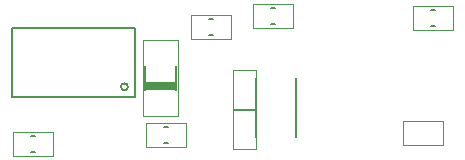
<source format=gbo>
G04*
G04 #@! TF.GenerationSoftware,Altium Limited,Altium Designer,20.1.10 (176)*
G04*
G04 Layer_Color=32896*
%FSLAX25Y25*%
%MOIN*%
G70*
G04*
G04 #@! TF.SameCoordinates,773EA745-F9F6-403D-839C-D9EBE2D74CCE*
G04*
G04*
G04 #@! TF.FilePolarity,Positive*
G04*
G01*
G75*
%ADD13C,0.00500*%
%ADD62C,0.00600*%
%ADD63C,0.00394*%
%ADD64C,0.00800*%
G36*
X158176Y129465D02*
Y126806D01*
X167823D01*
Y129465D01*
X158176D01*
D02*
G37*
D13*
X253331Y148323D02*
X254669D01*
X253331Y153677D02*
X254669D01*
X199831Y154177D02*
X201169D01*
X199831Y148823D02*
X201169D01*
X179331Y150677D02*
X180669D01*
X179331Y145323D02*
X180669D01*
X119831Y111677D02*
X121169D01*
X119831Y106323D02*
X121169D01*
X164331Y109323D02*
X165669D01*
X164331Y114677D02*
X165669D01*
X194807Y111158D02*
Y130842D01*
X208193Y111158D02*
Y130842D01*
D62*
X152200Y128000D02*
G03*
X152200Y128000I-1200J0D01*
G01*
X154472Y124484D02*
Y147516D01*
X113528Y124484D02*
X154472D01*
X113528D02*
Y147516D01*
X154472D01*
D63*
X260693Y147063D02*
Y154543D01*
X247307Y147063D02*
X260693D01*
X247307D02*
Y154937D01*
X260693D01*
Y154543D02*
Y154937D01*
X193807Y147957D02*
Y155437D01*
X207193D01*
Y147563D02*
Y155437D01*
X193807Y147563D02*
X207193D01*
X193807D02*
Y147957D01*
X157095Y118402D02*
X168905D01*
X157095D02*
Y143598D01*
X168905D01*
Y118402D02*
Y143598D01*
X243807Y116437D02*
X257193D01*
X243807Y108563D02*
Y116437D01*
Y108563D02*
X257193D01*
Y116437D01*
X187063Y107307D02*
Y120693D01*
Y107307D02*
X194937D01*
Y120693D01*
X187063D02*
X194937D01*
Y120307D02*
Y133693D01*
X187063D02*
X194937D01*
X187063Y120307D02*
Y133693D01*
Y120307D02*
X194937D01*
X173307Y144457D02*
Y151937D01*
X186693D01*
Y144063D02*
Y151937D01*
X173307Y144063D02*
X186693D01*
X173307D02*
Y144457D01*
X113807Y105457D02*
Y112937D01*
X127193D01*
Y105063D02*
Y112937D01*
X113807Y105063D02*
X127193D01*
X113807D02*
Y105457D01*
X171693Y108063D02*
Y115543D01*
X158307Y108063D02*
X171693D01*
X158307D02*
Y115937D01*
X171693D01*
Y115543D02*
Y115937D01*
D64*
X157882Y126925D02*
Y135035D01*
X168118Y126925D02*
Y135035D01*
M02*

</source>
